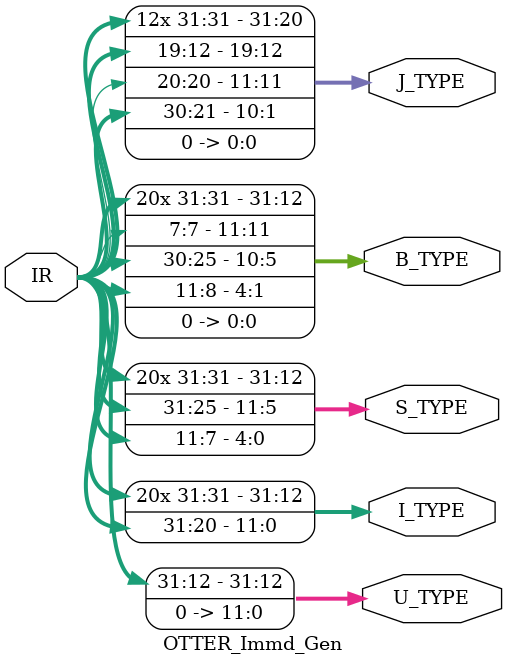
<source format=sv>
`timescale 1ns / 1ps

module OTTER_Immd_Gen (
    input  [31:0] IR,
    output [31:0] U_TYPE,
    output [31:0] I_TYPE,
    output [31:0] S_TYPE,
    output [31:0] B_TYPE,
    output [31:0] J_TYPE
);
    assign U_TYPE = {IR[31:12], 12'b0};
    assign I_TYPE = {{21{IR[31]}}, IR[30:20]};
    assign S_TYPE = {{21{IR[31]}}, IR[30:25], IR[11:7]};
    assign B_TYPE = {{20{IR[31]}}, IR[7], IR[30:25], IR[11:8], 1'b0};
    assign J_TYPE = {{12{IR[31]}}, IR[19:12], IR[20], IR[30:21], 1'b0};
endmodule

// End of File //

</source>
